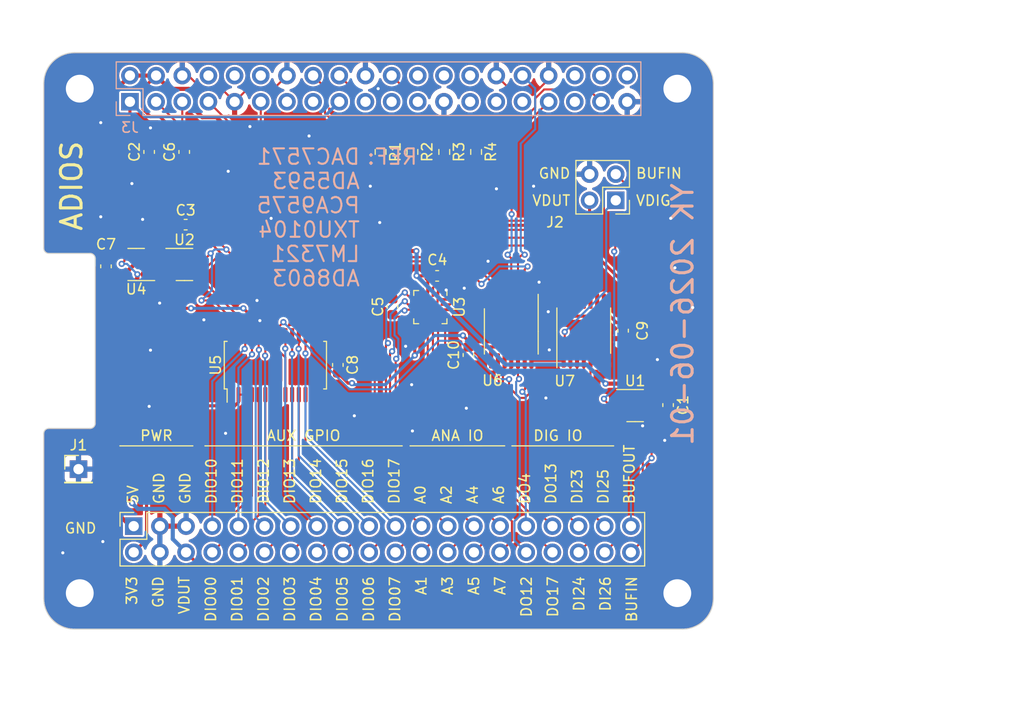
<source format=kicad_pcb>
(kicad_pcb (version 20221018) (generator pcbnew)
  (title_block (date "15 nov 2012"))
  (layers (0 "F.Cu" signal) (31 "B.Cu" signal) (34 "B.Paste" user) (35 "F.Paste" user) (36 "B.SilkS" user "B.Silkscreen") (37 "F.SilkS" user "F.Silkscreen") (38 "B.Mask" user) (39 "F.Mask" user) (44 "Edge.Cuts" user))
  (net 0 "")
  (net 1 "GND")
  (net 2 "Net-(U3-V_{REF})")
  (net 3 "/VGPIO")
  (net 4 "/GPIO14{slash}TXD0")
  (net 5 "/GPIO15{slash}RXD0")
  (net 6 "/GPIO17")
  (net 7 "/GPIO18{slash}PCM.CLK")
  (net 8 "/GPIO27")
  (net 9 "/GPIO22")
  (net 10 "/GPIO23")
  (net 11 "/GPIO24")
  (net 12 "/GPIO10{slash}SPI0.MOSI")
  (net 13 "/GPIO9{slash}SPI0.MISO")
  (net 14 "/GPIO25")
  (net 15 "/GPIO11{slash}SPI0.SCLK")
  (net 16 "/GPIO8{slash}SPI0.CE0")
  (net 17 "/GPIO7{slash}SPI0.CE1")
  (net 18 "/ID_SDA")
  (net 19 "/ID_SCL")
  (net 20 "/GPIO5")
  (net 21 "/GPIO6")
  (net 22 "/VDUT")
  (net 23 "/BUFIN")
  (net 24 "/GPIO19{slash}PCM.FS")
  (net 25 "/GPIO16")
  (net 26 "/GPIO26")
  (net 27 "/GPIO20{slash}PCM.DIN")
  (net 28 "/GPIO21{slash}PCM.DOUT")
  (net 29 "+5V")
  (net 30 "+3V3")
  (net 31 "/SDA")
  (net 32 "/SCL")
  (net 33 "/GPCLK0")
  (net 34 "/PWM0")
  (net 35 "/PWM1")
  (net 36 "/DIO10")
  (net 37 "/DIO00")
  (net 38 "/DIO11")
  (net 39 "/DIO01")
  (net 40 "/DIO12")
  (net 41 "/DIO02")
  (net 42 "/DIO13")
  (net 43 "/DIO03")
  (net 44 "/DIO14")
  (net 45 "/DIO04")
  (net 46 "/DIO15")
  (net 47 "/DIO05")
  (net 48 "/DIO16")
  (net 49 "/DIO06")
  (net 50 "/DIO17")
  (net 51 "/DIO07")
  (net 52 "/A0")
  (net 53 "/A1")
  (net 54 "/A2")
  (net 55 "/A3")
  (net 56 "/A4")
  (net 57 "/A5")
  (net 58 "/A6")
  (net 59 "/A7")
  (net 60 "/GPCLK0_DUT")
  (net 61 "/PWM0_DUT")
  (net 62 "/PWM1_DUT")
  (net 63 "/GPIO17_DUT")
  (net 64 "/GPIO23_DUT")
  (net 65 "/GPIO24_DUT")
  (net 66 "/GPIO25_DUT")
  (net 67 "/GPIO26_DUT")
  (net 68 "/BUFOUT")
  (net 69 "Net-(U7-B1Y)")
  (net 70 "Net-(U7-B2Y)")
  (net 71 "Net-(U7-B3Y)")
  (net 72 "Net-(U7-B4Y)")
  (net 73 "Net-(U2-VOUT)")
  (footprint "MountingHole:MountingHole_2.7mm_M2.5" (layer "F.Cu") (at 161.5 47.5)
    (fp_text reference "MH2" hide)
    (fp_text value "MountingHole_2.7mm_M2.5" hide)
  )
  (footprint "Package_TO_SOT_SMD:TSOT-23-5" (layer "F.Cu") (at 157.404 78.283)
    (fp_text reference "U1")
    (fp_text value "AD8603")
  )
  (footprint "qnzy_footprints:LFCSP-16-3x3mm_P0.5mm.3x1.3mm" (layer "F.Cu") (at 137.5278 68.7175 -90)
    (fp_text reference "U3")
    (fp_text value "AD5593R")
  )
  (footprint "Package_SO:TSSOP-14_4.4x5mm_P0.65mm" (layer "F.Cu") (at 145.384 71.0771 -90)
    (fp_text reference "U6")
    (fp_text value "TXU0104")
  )
  (footprint "Capacitor_SMD:C_0603_1608Metric" (layer "F.Cu") (at 110.2362 53.645 90)
    (fp_text reference "C2")
    (fp_text value "100n")
  )
  (footprint "Package_SO:TSSOP-28_4.4x9.7mm_P0.65mm" (layer "F.Cu") (at 122.4876 74.3537 90)
    (fp_text reference "U5")
    (fp_text value "PCA9575D")
  )
  (footprint "Capacitor_SMD:C_0603_1608Metric" (layer "F.Cu") (at 113.779 60.706 180)
    (fp_text reference "C3")
    (fp_text value "100n")
  )
  (footprint "Package_TO_SOT_SMD:SOT-23-5" (layer "F.Cu") (at 108.9715 64.577 180)
    (fp_text reference "U4")
    (fp_text value "LM7321")
  )
  (footprint "Capacitor_SMD:C_0603_1608Metric" (layer "F.Cu") (at 156.2356 71.0056 90)
    (fp_text reference "C9")
    (fp_text value "100n")
  )
  (footprint "Capacitor_SMD:C_0603_1608Metric" (layer "F.Cu") (at 138.1886 65.6846 180)
    (fp_text reference "C4")
    (fp_text value "100n")
  )
  (footprint "Resistor_SMD:R_0603_1608Metric" (layer "F.Cu") (at 138.878933 53.645 -90)
    (fp_text reference "R3")
    (fp_text value "100" hide)
  )
  (footprint "Package_SO:TSSOP-14_4.4x5mm_P0.65mm" (layer "F.Cu") (at 152.4198 71.0009 90)
    (fp_text reference "U7")
    (fp_text value "TXU0104")
  )
  (footprint "MountingHole:MountingHole_2.7mm_M2.5" (layer "F.Cu") (at 103.5 96.5)
    (fp_text reference "MH3" hide)
    (fp_text value "MountingHole_2.7mm_M2.5" hide)
  )
  (footprint "Capacitor_SMD:C_0603_1608Metric" (layer "F.Cu") (at 128.5496 74.3336 -90)
    (fp_text reference "C8")
    (fp_text value "100n")
  )
  (footprint "Capacitor_SMD:C_0603_1608Metric" (layer "F.Cu") (at 160.6044 78.2322 90)
    (fp_text reference "C1")
    (fp_text value "100n")
  )
  (footprint "Package_TO_SOT_SMD:SOT-23-6" (layer "F.Cu") (at 113.6595 64.577)
    (fp_text reference "U2")
    (fp_text value "DAC7571")
  )
  (footprint "Connector_PinHeader_2.54mm:PinHeader_1x01_P2.54mm_Vertical" (layer "F.Cu") (at 103.378 84.455)
    (fp_text reference "J1")
    (fp_text value "Conn_01x01")
  )
  (footprint "MountingHole:MountingHole_2.7mm_M2.5" (layer "F.Cu") (at 103.5 47.5)
    (fp_text reference "MH1" hide)
    (fp_text value "MountingHole_2.7mm_M2.5" hide)
  )
  (footprint "Connector_PinSocket_2.54mm:PinSocket_2x20_P2.54mm_Vertical" (layer "F.Cu") (at 108.7376 89.9924 90)
    (fp_text reference "J4" hide)
    (fp_text value "Conn_02x20_Odd_Even")
  )
  (footprint "Capacitor_SMD:C_0603_1608Metric" (layer "F.Cu") (at 141.2242 73.3678 90)
    (fp_text reference "C10")
    (fp_text value "100n")
  )
  (footprint "Resistor_SMD:R_0603_1608Metric" (layer "F.Cu") (at 132.698267 53.645 -90)
    (fp_text reference "R1")
    (fp_text value "100" hide)
  )
  (footprint "Capacitor_SMD:C_0603_1608Metric" (layer "F.Cu") (at 133.8582 68.6818 -90)
    (fp_text reference "C5")
    (fp_text value "100n")
  )
  (footprint "MountingHole:MountingHole_2.7mm_M2.5" (layer "F.Cu") (at 161.5 96.5)
    (fp_text reference "MH4" hide)
    (fp_text value "MountingHole_2.7mm_M2.5" hide)
  )
  (footprint "Capacitor_SMD:C_0603_1608Metric" (layer "F.Cu") (at 113.6398 53.645 90)
    (fp_text reference "C6")
    (fp_text value "100n")
  )
  (footprint "Capacitor_SMD:C_0603_1608Metric" (layer "F.Cu") (at 106.045 64.757 -90)
    (fp_text reference "C7")
    (fp_text value "100n")
  )
  (footprint "Connector_PinHeader_2.54mm:PinHeader_2x02_P2.54mm_Vertical" (layer "F.Cu") (at 155.5244 58.344 180)
    (fp_text reference "J2")
    (fp_text value "Conn_02x02_Odd_Even")
  )
  (footprint "Resistor_SMD:R_0603_1608Metric" (layer "F.Cu") (at 141.969267 53.645 -90)
    (fp_text reference "R4")
    (fp_text value "100" hide)
  )
  (footprint "Resistor_SMD:R_0603_1608Metric" (layer "F.Cu") (at 135.7886 53.645 -90)
    (fp_text reference "R2")
    (fp_text value "100" hide)
  )
  (footprint "Connector_PinSocket_2.54mm:PinSocket_2x20_P2.54mm_Vertical" (layer "B.Cu") (at 108.37 48.77 -90)
    (fp_text reference "J3")
    (fp_text value "Conn_02x20_Odd_Even" hide)
  )
  (gr_line (start 107.3914 82.1946) (end 114.478 82.1946) (stroke (width 0.12)) (layer "F.SilkS"))
  (gr_line (start 135.56 82.1946) (end 144.745456 82.191985) (stroke (width 0.12)) (layer "F.SilkS"))
  (gr_line (start 145.4406 82.1946) (end 155.3212 82.1946) (stroke (width 0.12)) (layer "F.SilkS"))
  (gr_line (start 115.6464 82.1946) (end 134.798 82.1946) (stroke (width 0.12)) (layer "F.SilkS"))
  (gr_arc (start 100.5 63.5) (mid 100.146447 63.353553) (end 100 63) (stroke (width 0.1)) (layer "Edge.Cuts"))
  (gr_arc (start 162 44) (mid 164.12132 44.87868) (end 165 47) (stroke (width 0.1)) (layer "Edge.Cuts"))
  (gr_line (start 165 97) (end 165 47) (stroke (width 0.1)) (layer "Edge.Cuts"))
  (gr_line (start 100 47) (end 100 63) (stroke (width 0.1)) (layer "Edge.Cuts"))
  (gr_arc (start 103 100) (mid 100.87868 99.12132) (end 100 97) (stroke (width 0.1)) (layer "Edge.Cuts"))
  (gr_line (start 103 100) (end 162 100) (stroke (width 0.1)) (layer "Edge.Cuts"))
  (gr_line (start 104.5 80.5) (end 100.5 80.5) (stroke (width 0.1)) (layer "Edge.Cuts"))
  (gr_arc (start 100 81) (mid 100.146138 80.646755) (end 100.499127 80.500001) (stroke (width 0.1)) (layer "Edge.Cuts"))
  (gr_arc (start 165 97) (mid 164.12132 99.12132) (end 162 100) (stroke (width 0.1)) (layer "Edge.Cuts"))
  (gr_line (start 105 64) (end 105 80) (stroke (width 0.1)) (layer "Edge.Cuts"))
  (gr_arc (start 100 47) (mid 100.87868 44.87868) (end 103 44) (stroke (width 0.1)) (layer "Edge.Cuts"))
  (gr_line (start 100 81) (end 100 97) (stroke (width 0.1)) (layer "Edge.Cuts"))
  (gr_line (start 100.5 63.5) (end 104.5 63.5) (stroke (width 0.1)) (layer "Edge.Cuts"))
  (gr_arc (start 105 80) (mid 104.853553 80.353553) (end 104.5 80.5) (stroke (width 0.1)) (layer "Edge.Cuts"))
  (gr_arc (start 104.5 63.5) (mid 104.853553 63.646447) (end 105 64) (stroke (width 0.1)) (layer "Edge.Cuts"))
  (gr_line (start 162 44) (end 103 44) (stroke (width 0.1)) (layer "Edge.Cuts"))
  (gr_text "LM7321" (at 130.81 64.4398) (layer "B.SilkS") (effects (font (size 1.5 1.5) (thickness 0.2)) (justify left bottom mirror)))
  (gr_text "REF:" (at 136.398 54.991) (layer "B.SilkS") (effects (font (size 1.5 1.5) (thickness 0.2)) (justify left bottom mirror)))
  (gr_text "AD5593" (at 130.81 57.3532) (layer "B.SilkS") (effects (font (size 1.5 1.5) (thickness 0.2)) (justify left bottom mirror)))
  (gr_text "TXU0104" (at 130.81 62.0776) (layer "B.SilkS") (effects (font (size 1.5 1.5) (thickness 0.2)) (justify left bottom mirror)))
  (gr_text "DAC7571" (at 130.81 54.991) (layer "B.SilkS") (effects (font (size 1.5 1.5) (thickness 0.2)) (justify left bottom mirror)))
  (gr_text "AD8603" (at 130.81 66.802) (layer "B.SilkS") (effects (font (size 1.5 1.5) (thickness 0.2)) (justify left bottom mirror)))
  (gr_text "PCA9575" (at 130.81 59.7154) (layer "B.SilkS") (effects (font (size 1.5 1.5) (thickness 0.2)) (justify left bottom mirror)))
  (gr_text "YK ${CURRENT_DATE}" (at 163.195 56.515 90) (layer "B.SilkS") (effects (font (size 2 2) (thickness 0.3)) (justify left bottom mirror)))
  (gr_text "ADIOS" (at 103.886 61.468 90) (layer "F.SilkS") (effects (font (size 2 2) (thickness 0.3)) (justify left bottom)))
  (gr_text "ANA IO" (at 137.541419 81.7882) (layer "F.SilkS") (effects (font (size 1 1)) (justify left bottom)))
  (gr_text "GND" (at 147.9552 56.312) (layer "F.SilkS") (effects (font (size 1 1)) (justify left bottom)))
  (gr_text "A4" (at 142.213457 87.935 90) (layer "F.SilkS") (effects (font (size 1 1)) (justify left bottom)))
  (gr_text "DIO11" (at 119.389556 87.935 90) (layer "F.SilkS") (effects (font (size 1 1)) (justify left bottom)))
  (gr_text "A2" (at 139.677468 87.935 90) (layer "F.SilkS") (effects (font (size 1 1)) (justify left bottom)))
  (gr_text "DI23" (at 152.357413 87.935 90) (layer "F.SilkS") (effects (font (size 1 1)) (justify left bottom)))
  (gr_text "DIO13" (at 124.461534 87.935 90) (layer "F.SilkS") (effects (font (size 1 1)) (justify left bottom)))
  (gr_text "DI26" (at 155.105968 98.349 90) (layer "F.SilkS") (effects (font (size 1 1)) (justify left bottom)))
  (gr_text "DI25" (at 154.893402 87.935 90) (layer "F.SilkS") (effects (font (size 1 1)) (justify left bottom)))
  (gr_text "PWR" (at 109.275772 81.7882) (layer "F.SilkS") (effects (font (size 1 1)) (justify left bottom)))
  (gr_text "VDUT" (at 147.336152 58.9536) (layer "F.SilkS") (effects (font (size 1 1)) (justify left bottom)))
  (gr_text "GND" (at 101.9558 90.7798) (layer "F.SilkS") (effects (font (size 1 1)) (justify left bottom)))
  (gr_text "DIO03" (at 124.465552 99.396619 90) (layer "F.SilkS") (effects (font (size 1 1)) (justify left bottom)))
  (gr_text "AUX GPIO" (at 121.563272 81.7882) (layer "F.SilkS") (effects (font (size 1 1)) (justify left bottom)))
  (gr_text "DIO00\n" (at 116.805448 99.396619 90) (layer "F.SilkS") (effects (font (size 1 1)) (justify left bottom)))
  (gr_text "DIO16" (at 132.069501 87.935 90) (layer "F.SilkS") (effects (font (size 1 1)) (justify left bottom)))
  (gr_text "DIO12" (at 121.925545 87.935 90) (layer "F.SilkS") (effects (font (size 1 1)) (justify left bottom)))
  (gr_text "DIO15" (at 129.533512 87.935 90) (layer "F.SilkS") (effects (font (size 1 1)) (justify left bottom)))
  (gr_text "DI24" (at 152.5526 98.349 90) (layer "F.SilkS") (effects (font (size 1 1)) (justify left bottom)))
  (gr_text "DIG IO" (at 147.436258 81.7882) (layer "F.SilkS") (effects (font (size 1 1)) (justify left bottom)))
  (gr_text "DO13" (at 149.821424 87.935 90) (layer "F.SilkS") (effects (font (size 1 1)) (justify left bottom)))
  (gr_text "DO4" (at 147.285435 87.935 90) (layer "F.SilkS") (effects (font (size 1 1)) (justify left bottom)))
  (gr_text "GND" (at 114.317578 87.935 90) (layer "F.SilkS") (effects (font (size 1 1)) (justify left bottom)))
  (gr_text "DIO02" (at 121.912184 99.396619 90) (layer "F.SilkS") (effects (font (size 1 1)) (justify left bottom)))
  (gr_text "A7" (at 144.892496 96.777572 90) (layer "F.SilkS") (effects (font (size 1 1)) (justify left bottom)))
  (gr_text "DIO06" (at 132.125656 99.396619 90) (layer "F.SilkS") (effects (font (size 1 1)) (justify left bottom)))
  (gr_text "5V" (at 109.2456 87.935 90) (layer "F.SilkS") (effects (font (size 1 1)) (justify left bottom)))
  (gr_text "A1" (at 137.232392 96.777572 90) (layer "F.SilkS") (effects (font (size 1 1)) (justify left bottom)))
  (gr_text "A3" (at 139.78576 96.777572 90) (layer "F.SilkS") (effects (font (size 1 1)) (justify left bottom)))
  (gr_text "DIO17" (at 134.60549 87.935 90) (layer "F.SilkS") (effects (font (size 1 1)) (justify left bottom)))
  (gr_text "DIO01" (at 119.358816 99.396619 90) (layer "F.SilkS") (effects (font (size 1 1)) (justify left bottom)))
  (gr_text "A5" (at 142.339128 96.777572 90) (layer "F.SilkS") (effects (font (size 1 1)) (justify left bottom)))
  (gr_text "A0" (at 137.141479 87.935 90) (layer "F.SilkS") (effects (font (size 1 1)) (justify left bottom)))
  (gr_text "3V3" (at 109.145344 97.729953 90) (layer "F.SilkS") (effects (font (size 1 1)) (justify left bottom)))
  (gr_text "DIO14" (at 126.997523 87.935 90) (layer "F.SilkS") (effects (font (size 1 1)) (justify left bottom)))
  (gr_text "VDIG" (at 157.404 58.9536) (layer "F.SilkS") (effects (font (size 1 1)) (justify left bottom)))
  (gr_text "GND" (at 111.781589 87.935 90) (layer "F.SilkS") (effects (font (size 1 1)) (justify left bottom)))
  (gr_text "VDUT" (at 114.224 98.634715 90) (layer "F.SilkS") (effects (font (size 1 1)) (justify left bottom)))
  (gr_text "DIO05" (at 129.572288 99.396619 90) (layer "F.SilkS") (effects (font (size 1 1)) (justify left bottom)))
  (gr_text "DO12" (at 147.445864 98.920429 90) (layer "F.SilkS") (effects (font (size 1 1)) (justify left bottom)))
  (gr_text "BUFOUT" (at 157.4294 87.935 90) (layer "F.SilkS") (effects (font (size 1 1)) (justify left bottom)))
  (gr_text "DIO04" (at 127.01892 99.396619 90) (layer "F.SilkS") (effects (font (size 1 1)) (justify left bottom)))
  (gr_text "BUFIN" (at 157.404 56.312) (layer "F.SilkS") (effects (font (size 1 1)) (justify left bottom)))
  (gr_text "GND" (at 111.698712 98.015667 90) (layer "F.SilkS") (effects (font (size 1 1)) (justify left bottom)))
  (gr_text "DO17" (at 149.999232 98.920429 90) (layer "F.SilkS") (effects (font (size 1 1)) (justify left bottom)))
  (gr_text "DIO10" (at 116.853567 87.935 90) (layer "F.SilkS") (effects (font (size 1 1)) (justify left bottom)))
  (gr_text "BUFIN" (at 157.659344 99.396619 90) (layer "F.SilkS") (effects (font (size 1 1)) (justify left bottom)))
  (gr_text "DIO07" (at 134.679024 99.396619 90) (layer "F.SilkS") (effects (font (size 1 1)) (justify left bottom)))
  (gr_text "A6" (at 144.749446 87.935 90) (layer "F.SilkS") (effects (font (size 1 1)) (justify left bottom)))
  (segment (start 110.109 64.577) (end 111.252 64.577) (width 0.2) (layer "F.Cu") (net 1))
  (segment (start 119.92 47.38) (end 122.46 47.38) (width 0.2) (layer "F.Cu") (net 1))
  (segment (start 122.46 47.38) (end 123.61 46.23) (width 0.2) (layer "F.Cu") (net 1))
  (segment (start 156.2665 78.283) (end 156.615396 78.283) (width 0.2) (layer "F.Cu") (net 1))
  (segment (start 157.579 79.697678) (end 158.130161 80.248839) (width 0.2) (layer "F.Cu") (net 1))
  (segment (start 145.32 47.62) (end 147.967968 47.62) (width 0.2) (layer "F.Cu") (net 1))
  (segment (start 157.579 79.246604) (end 157.579 79.697678) (width 0.2) (layer "F.Cu") (net 1))
  (segment (start 118.53 48.77) (end 119.92 47.38) (width 0.2) (layer "F.Cu") (net 1))
  (segment (start 138.065148 66.5425) (end 138.5515 66.5425) (width 0.2) (layer "F.Cu") (net 1))
  (segment (start 147.967968 47.62) (end 149.01 46.577968) (width 0.2) (layer "F.Cu") (net 1))
  (segment (start 149.01 46.577968) (end 149.01 46.23) (width 0.2) (layer "F.Cu") (net 1))
  (segment (start 111.252 68.326) (end 111.252 64.577) (width 0.2) (layer "F.Cu") (net 1))
  (segment (start 160.274 79.3376) (end 160.6044 79.0072) (width 0.2) (layer "F.Cu") (net 1))
  (segment (start 118.53 48.77) (end 117.14 47.38) (width 0.2) (layer "F.Cu") (net 1))
  (segment (start 138.5515 66.5425) (end 139.065 67.056) (width 0.2) (layer "F.Cu") (net 1))
  (segment (start 156.615396 78.283) (end 157.579 79.246604) (width 0.2) (layer "F.Cu") (net 1))
  (segment (start 114.048 46.23) (end 113.45 46.23) (width 0.2) (layer "F.Cu") (net 1))
  (segment (start 143.93 46.23) (end 145.32 47.62) (width 0.2) (layer "F.Cu") (net 1))
  (segment (start 160.274 81.661) (end 160.274 79.3376) (width 0.2) (layer "F.Cu") (net 1))
  (segment (start 117.14 47.38) (end 115.198 47.38) (width 0.2) (layer "F.Cu") (net 1))
  (segment (start 137.7778 67.28) (end 137.7778 66.829848) (width 0.2) (layer "F.Cu") (net 1))
  (segment (start 137.7778 66.829848) (end 138.065148 66.5425) (width 0.2) (layer "F.Cu") (net 1))
  (segment (start 111.252 64.577) (end 112.522 64.577) (width 0.2) (layer "F.Cu") (net 1))
  (segment (start 115.198 47.38) (end 114.048 46.23) (width 0.2) (layer "F.Cu") (net 1))
  (via (at 110.363 72.898) (size 0.6) (drill 0.3) (layers "F.Cu" "B.Cu") (net 1))
  (via (at 135.128 72.517) (size 0.6) (drill 0.3) (layers "F.Cu" "B.Cu") (net 1))
  (via (at 132.6136 60.503) (size 0.6) (drill 0.3) (layers "F.Cu" "B.Cu") (net 1))
  (via (at 109.601 60.198) (size 0.6) (drill 0.3) (layers "F.Cu" "B.Cu") (net 1))
  (via (at 105.537 59.944) (size 0.6) (drill 0.3) (layers "F.Cu" "B.Cu") (net 1))
  (via (at 158.130161 80.248839) (size 0.6) (drill 0.3) (layers "F.Cu" "B.Cu") (net 1))
  (via (at 120.015 51.181) (size 0.6) (drill 0.3) (layers "F.Cu" "B.Cu") (net 1))
  (via (at 148.9712 69.1644) (size 0.6) (drill 0.3) (layers "F.Cu" "B.Cu") (net 1))
  (via (at 159.563 73.8126) (size 0.6) (drill 0.3) (layers "F.Cu" "B.Cu") (net 1))
  (via (at 105.7404 91.491) (size 0.6) (drill 0.3) (layers "F.Cu" "B.Cu") (net 1))
  (via (at 161.2648 64.8972) (size 0.6) (drill 0.3) (layers "F.Cu" "B.Cu") (net 1))
  (via (at 141.021 78.537) (size 0.6) (drill 0.3) (layers "F.Cu" "B.Cu") (net 1))
  (via (at 130.1498 79.2736) (size 0.6) (drill 0.3) (layers "F.Cu" "B.Cu") (net 1))
  (via (at 139.065 67.056) (size 0.6) (drill 0.3) (layers "F.Cu" "B.Cu") (net 1))
  (via (at 148.082 66.294) (size 0.6) (drill 0.3) (layers "F.Cu" "B.Cu") (net 1))
  (via (at 135.7886 80.7468) (size 0.6) (drill 0.3) (layers "F.Cu" "B.Cu") (net 1))
  (via (at 120.9804 70.028) (size 0.6) (drill 0.3) (layers "F.Cu" "B.Cu") (net 1))
  (via (at 148.7426 77.5464) (size 0.6) (drill 0.3) (layers "F.Cu" "B.Cu") (net 1))
  (via (at 110.363 51.308) (size 0.6) (drill 0.3) (layers "F.Cu" "B.Cu") (net 1))
  (via (at 101.854 92.583) (size 0.6) (drill 0.3) (layers "F.Cu" "B.Cu") (net 1))
  (via (at 132.461 47.498) (size 0.6) (drill 0.3) (layers "F.Cu" "B.Cu") (net 1))
  (via (at 143.942 57.2264) (size 0.6) (drill 0.3) (layers "F.Cu" "B.Cu") (net 1))
  (via (at 117.907 55.5246) (size 0.6) (drill 0.3) (layers "F.Cu" "B.Cu") (net 1))
  (via (at 110.2362 78.3592) (size 0.6) (drill 0.3) (layers "F.Cu" "B.Cu") (net 1))
  (via (at 111.252 68.326) (size 0.6) (drill 0.3) (layers "F.Cu" "B.Cu") (net 1))
  (via (at 115.5448 69.9518) (size 0.6) (drill 0.3) (layers "F.Cu" "B.Cu") (net 1))
  (via (at 105.537 50.8) (size 0.6) (drill 0.3) (layers "F.Cu" "B.Cu") (net 1))
  (via (at 125.7556 52.0956) (size 0.6) (drill 0.3) (layers "F.Cu" "B.Cu") (net 1))
  (via (at 140.8178 66.8784) (size 0.6) (drill 0.3) (layers "F.Cu" "B.Cu") (net 1))
  (via (at 160.8584 60.0966) (size 0.6) (drill 0.3) (layers "F.Cu" "B.Cu") (net 1))
  (via (at 160.274 81.661) (size 0.6) (drill 0.3) (layers "F.Cu" "B.Cu") (net 1))
  (via (at 149.0728 72.8728) (size 0.6) (drill 0.3) (layers "F.Cu" "B.Cu") (net 1))
  (via (at 143.129 64.262) (size 0.6) (drill 0.3) (layers "F.Cu" "B.Cu") (net 1))
  (via (at 162.992 68.758) (size 0.6) (drill 0.3) (layers "F.Cu" "B.Cu") (net 1))
  (via (at 122.0726 60.0966) (size 0.6) (drill 0.3) (layers "F.Cu" "B.Cu") (net 1))
  (via (at 131.6992 56.9724) (size 0.6) (drill 0.3) (layers "F.Cu" "B.Cu") (net 1))
  (via (at 147.5488 56.9724) (size 0.6) (drill 0.3) (layers "F.Cu" "B.Cu") (net 1))
  (via (at 135.7124 76.251) (size 0.6) (drill 0.3) (layers "F.Cu" "B.Cu") (net 1))
  (via (at 117.653 80.9754) (size 0.6) (drill 0.3) (layers "F.Cu" "B.Cu") (net 1))
  (via (at 108.5598 56.7184) (size 0.6) (drill 0.3) (layers "F.Cu" "B.Cu") (net 1))
  (via (at 120.701 68.0722) (size 0.6) (drill 0.3) (layers "F.Cu" "B.Cu") (net 1))
  (segment (start 158.130161 80.248839) (end 158.861839 80.248839) (width 0.2) (layer "B.Cu") (net 1))
  (segment (start 158.861839 80.248839) (end 160.274 81.661) (width 0.2) (layer "B.Cu") (net 1))
  (segment (start 136.0903 69.4675) (end 135.9108 69.647) (width 0.2) (layer "F.Cu") (net 2))
  (segment (start 134.0484 69.647) (end 133.8582 69.4568) (width 0.2) (layer "F.Cu") (net 2))
  (segment (start 135.9108 69.647) (end 134.0484 69.647) (width 0.2) (layer "F.Cu") (net 2))
  (segment (start 146.208071 77.5368) (end 146.705129 77.5368) (width 0.2) (layer "F.Cu") (net 3))
  (segment (start 147.334 76.907929) (end 147.334 73.9396) (width 0.2) (layer "F.Cu") (net 3))
  (segment (start 150.5714 73.7618) (end 150.4698 73.8634) (width 0.2) (layer "F.Cu") (net 3))
  (segment (start 146.705129 77.5368) (end 147.334 76.907929) (width 0.2) (layer "F.Cu") (net 3))
  (segment (start 122.8126 72.962729) (end 122.8126 71.4912) (width 0.2) (layer "F.Cu") (net 3))
  (segment (start 150.5714 71.1202) (end 150.5714 73.7618) (width 0.2) (layer "F.Cu") (net 3))
  (segment (start 145.1701 76.498829) (end 146.208071 77.5368) (width 0.2) (layer "F.Cu") (net 3))
  (segment (start 123.4626 73.612729) (end 122.8126 72.962729) (width 0.2) (layer "F.Cu") (net 3))
  (segment (start 123.2664 70.1804) (end 122.8126 70.6342) (width 0.2) (layer "F.Cu") (net 3))
  (segment (start 122.8126 70.6342) (end 122.8126 71.4912) (width 0.2) (layer "F.Cu") (net 3))
  (segment (start 150.3936 73.9396) (end 150.4698 73.8634) (width 0.2) (layer "F.Cu") (net 3))
  (segment (start 123.4626 77.2162) (end 123.4626 73.612729) (width 0.2) (layer "F.Cu") (net 3))
  (segment (start 147.334 73.9396) (end 150.3936 73.9396) (width 0.2) (layer "F.Cu") (net 3))
  (segment (start 145.1701 75.7176) (end 145.1701 76.498829) (width 0.2) (layer "F.Cu") (net 3))
  (via (at 123.2664 70.1804) (size 0.6) (drill 0.3) (layers "F.Cu" "B.Cu") (net 3))
  (via (at 150.5714 71.1202) (size 0.6) (drill 0.3) (layers "F.Cu" "B.Cu") (net 3))
  (via (at 145.1701 75.7176) (size 0.6) (drill 0.3) (layers "F.Cu" "B.Cu") (net 3))
  (segment (start 129.672671 76.6986) (end 126.005255 73.031184) (width 0.2) (layer "B.Cu") (net 3))
  (segment (start 154.597539 67.094061) (end 154.597539 59.270861) (width 0.2) (layer "B.Cu") (net 3))
  (segment (start 145.1701 75.7176) (end 144.069 75.7176) (width 0.2) (layer "B.Cu") (net 3))
  (segment (start 133.6134 76.6986) (end 129.672671 76.6986) (width 0.2) (layer "B.Cu") (net 3))
  (segment (start 140.3352 71.9838) (end 138.3282 71.9838) (width 0.2) (layer "B.Cu") (net 3))
  (segment (start 126.005255 72.919255) (end 123.2664 70.1804) (width 0.2) (layer "B.Cu") (net 3))
  (segment (start 138.3282 71.9838) (end 133.6134 76.6986) (width 0.2) (layer "B.Cu") (net 3))
  (segment (start 150.5714 71.1202) (end 154.597539 67.094061) (width 0.2) (layer "B.Cu") (net 3))
  (segment (start 144.069 75.7176) (end 140.3352 71.9838) (width 0.2) (layer "B.Cu") (net 3))
  (segment (start 154.597539 59.270861) (end 155.5244 58.344) (width 0.2) (layer "B.Cu") (net 3))
  (segment (start 126.005255 73.031184) (end 126.005255 72.919255) (width 0.2) (layer "B.Cu") (net 3))
  (segment (start 144.734 68.2146) (end 144.734 67.561415) (width 0.2) (layer "F.Cu") (net 6))
  (segment (start 130.8262 62.2716) (end 121.07 52.5154) (width 0.2) (layer "F.Cu") (net 6))
  (segment (start 121.07 52.5154) (end 121.07 48.77) (width 0.2) (layer "F.Cu") (net 6))
  (segment (start 139.444185 62.2716) (end 130.8262 62.2716) (width 0.2) (layer "F.Cu") (net 6))
  (segment (start 144.734 67.561415) (end 139.444185 62.2716) (width 0.2) (layer "F.Cu") (net 6))
  (segment (start 132.698267 51.443667) (end 132.3596 51.105) (width 0.2) (layer "F.Cu") (net 10))
  (segment (start 128.5242 51.105) (end 127.305 49.8858) (width 0.2) (layer "F.Cu") (net 10))
  (segment (start 127.305 49.8858) (end 127.305 47.385) (width 0.2) (layer "F.Cu") (net 10))
  (segment (start 132.3596 51.105) (end 128.5242 51.105) (width 0.2) (layer "F.Cu") (net 10))
  (segment (start 132.698267 52.82) (end 132.698267 51.443667) (width 0.2) (layer "F.Cu") (net 10))
  (segment (start 127.305 47.385) (end 126.15 46.23) (width 0.2) (layer "F.Cu") (net 10))
  (segment (start 134.2226 49.92) (end 130.311 49.92) (width 0.2) (layer "F.Cu") (net 11))
  (segment (start 135.7886 52.82) (end 135.7886 51.486) (width 0.2) (layer "F.Cu") (net 11))
  (segment (start 130.311 49.92) (end 129.84 49.449) (width 0.2) (layer "F.Cu") (net 11))
  (segment (start 129.84 47.38) (end 128.69 46.23) (width 0.2) (layer "F.Cu") (net 11))
  (segment (start 135.7886 51.486) (end 134.2226 49.92) (width 0.2) (layer "F.Cu") (net 11))
  (segment (start 129.84 49.449) (end 129.84 47.38) (width 0.2) (layer "F.Cu") (net 11))
  (segment (start 138.878933 51.655333) (end 137.3634 50.1398) (width 0.2) (layer "F.Cu") (net 14))
  (segment (start 134.9756 49.2506) (end 134.9756 47.4356) (width 0.2) (layer "F.Cu") (net 14))
  (segment (start 134.9756 47.4356) (end 133.77 46.23) (width 0.2) (layer "F.Cu") (net 14))
  (segment (start 137.3634 50.1398) (end 135.8648 50.1398) (width 0.2) (layer "F.Cu") (net 14))
  (segment (start 135.8648 50.1398) (end 134.9756 49.2506) (width 0.2) (layer "F.Cu") (net 14))
  (segment (start 138.878933 52.82) (end 138.878933 51.655333) (width 0.2) (layer "F.Cu") (net 14))
  (segment (start 156.357857 94.8692) (end 156.287146 94.8692) (width 0.3) (layer "F.Cu") (net 22))
  (segment (start 156.287146 94.893048) (end 116.178248 94.893048) (width 0.3) (layer "F.Cu") (net 22))
  (segment (start 152.9844 58.344) (end 152.9844 63.0684) (width 0.3) (layer "F.Cu") (net 22))
  (segment (start 107.823 67.183) (end 109.093 65.913) (width 0.4) (layer "F.Cu") (net 22))
  (segment (start 161.671 89.556057) (end 156.357857 94.8692) (width 0.3) (layer "F.Cu") (net 22))
  (segment (start 107.834 64.251) (end 107.569 64.516) (width 0.2) (layer "F.Cu") (net 22))
  (segment (start 116.178248 94.893048) (end 113.8176 92.5324) (width 0.3) (layer "F.Cu") (net 22))
  (segment (start 107.834 63.627) (end 107.834 64.251) (width 0.2) (layer "F.Cu") (net 22))
  (segment (start 152.9844 63.0684) (end 161.671 71.755) (width 0.3) (layer "F.Cu") (net 22))
  (segment (start 110.104 65.532) (end 110.109 65.527) (width 0.2) (layer "F.Cu") (net 22))
  (segment (start 161.671 71.755) (end 161.671 89.556057) (width 0.3) (layer "F.Cu") (net 22))
  (segment (start 109.093 65.532) (end 110.104 65.532) (width 0.2) (layer "F.Cu") (net 22))
  (segment (start 107.823 86.995) (end 107.823 67.183) (width 0.4) (layer "F.Cu") (net 22))
  (segment (start 109.093 65.913) (end 109.093 65.532) (width 0.4) (layer "F.Cu") (net 22))
  (segment (start 108.585 87.757) (end 107.823 86.995) (width 0.4) (layer "F.Cu") (net 22))
  (via (at 107.569 64.516) (size 0.6) (drill 0.3) (layers "F.Cu" "B.Cu") (net 22))
  (via (at 108.585 87.757) (size 0.6) (drill 0.3) (layers "F.Cu" "B.Cu") (net 22))
  (via (at 109.093 65.532) (size 0.6) (drill 0.3) (layers "F.Cu" "B.Cu") (net 22))
  (segment (start 108.077 64.516) (end 109.093 65.532) (width 0.2) (layer "B.Cu") (net 22))
  (segment (start 112.5276 91.2424) (end 113.8176 92.5324) (width 0.4) (layer "B.Cu") (net 22))
  (segment (start 109.144 88.316) (end 111.7094 88.316) (width 0.4) (layer "B.Cu") (net 22))
  (segment (start 112.5276 89.1342) (end 112.5276 91.2424) (width 0.4) (layer "B.Cu") (net 22))
  (segment (start 108.585 87.757) (end 109.144 88.316) (width 0.4) (layer "B.Cu") (net 22))
  (segment (start 111.7094 88.316) (end 112.5276 89.1342) (width 0.4) (layer "B.Cu") (net 22))
  (segment (start 107.569 64.516) (end 108.077 64.516) (width 0.2) (layer "B.Cu") (net 22))
  (segment (start 154.3814 77.696796) (end 154.3814 77.6226) (width 0.2) (layer "F.Cu") (net 23))
  (segment (start 156.9976 92.5324) (end 158.1476 91.3824) (width 0.2) (layer "F.Cu") (net 23))
  (segment (start 158.1476 81.1141) (end 156.2665 79.233) (width 0.2) (layer "F.Cu") (net 23))
  (segment (start 156.6744 56.954) (end 155.5244 55.804) (width 0.2) (layer "F.Cu") (net 23))
  (segment (start 155.4736 61.9254) (end 156.6744 60.7246) (width 0.2) (layer "F.Cu") (net 23))
  (segment (start 158.1476 91.3824) (end 158.1476 81.1141) (width 0.2) (layer "F.Cu") (net 23))
  (segment (start 156.2665 79.233) (end 155.917604 79.233) (width 0.2) (layer "F.Cu") (net 23))
  (segment (start 156.6744 60.7246) (end 156.6744 56.954) (width 0.2) (layer "F.Cu") (net 23))
  (segment (start 155.917604 79.233) (end 154.3814 77.696796) (width 0.2) (layer "F.Cu") (net 23))
  (segment (start 155.372 63.3224) (end 155.4736 63.2208) (width 0.2) (layer "F.Cu") (net 23))
  (segment (start 155.4736 63.2208) (end 155.4736 61.9254) (width 0.2) (layer "F.Cu") (net 23))
  (via (at 155.372 63.3224) (size 0.6) (drill 0.3) (layers "F.Cu" "B.Cu") (net 23))
  (via (at 154.3814 77.6226) (size 0.6) (drill 0.3) (layers "F.Cu" "B.Cu") (net 23))
  (segment (start 155.372 76.632) (end 155.372 63.3224) (width 0.2) (layer "B.Cu") (net 23))
  (segment (start 154.3814 77.6226) (end 155.372 76.632) (width 0.2) (layer "B.Cu") (net 23))
  (segment (start 146.543654 50.47) (end 147.701 49.312654) (width 0.2) (layer "F.Cu") (net 26))
  (segment (start 148.579254 47.5744) (end 152.8944 47.5744) (width 0.2) (layer "F.Cu") (net 26))
  (segment (start 143.2816 50.47) (end 146.543654 50.47) (width 0.2) (layer "F.Cu") (net 26))
  (segment (start 141.969267 51.782333) (end 143.2816 50.47) (width 0.2) (layer "F.Cu") (net 26))
  (segment (start 147.701 48.452654) (end 148.579254 47.5744) (width 0.2) (layer "F.Cu") (net 26))
  (segment (start 147.701 49.312654) (end 147.701 48.452654) (width 0.2) (layer "F.Cu") (net 26))
  (segment (start 152.8944 47.5744) (end 154.09 48.77) (width 0.2) (layer "F.Cu") (net 26))
  (segment (start 141.969267 52.82) (end 141.969267 51.782333) (width 0.2) (layer "F.Cu") (net 26))
  (segment (start 106.9342 47.6658) (end 106.9342 61.286883) (width 0.4) (layer "F.Cu") (net 29))
  (segment (start 112.2 47.52) (end 110.91 46.23) (width 0.4) (layer "F.Cu") (net 29))
  (segment (start 108.4074 89.9924) (end 106.9342 88.5192) (width 0.4) (layer "F.Cu") (net 29))
  (segment (start 114.0934 47.52) (end 112.2 47.52) (width 0.4) (layer "F.Cu") (net 29))
  (segment (start 114.74 48.1666) (end 114.0934 47.52) (width 0.4) (layer "F.Cu") (net 29))
  (segment (start 106.9342 61.286883) (end 108.8965 63.249183) (width 0.4) (layer "F.Cu") (net 29))
  (segment (start 136.2204 65.6846) (end 136.195 65.6592) (width 0.2) (layer "F.Cu") (net 29))
  (segment (start 158.5415 77.333) (end 160.4802 77.333) (width 0.2) (layer "F.Cu") (net 29))
  (segment (start 111.2776 50.216) (end 113.5128 52.4512) (width 0.3) (layer "F.Cu") (net 29))
  (segment (start 115.3924 50.2668) (end 114.74 49.6144) (width 0.4) (layer "F.Cu") (net 29))
  (segment (start 116.764 50.2668) (end 115.3924 50.2668) (width 0.4) (layer "F.Cu") (net 29))
  (segment (start 129.7688 63.2716) (end 116.764 50.2668) (width 0.4) (layer "F.Cu") (net 29))
  (segment (start 108.8965 63.249183) (end 108.8965 64.4645) (width 0.4) (layer "F.Cu") (net 29))
  (segment (start 158.5415 77.333) (end 157.3579 76.1494) (width 0.3) (layer "F.Cu") (net 29))
  (segment (start 109.652 49.5048) (end 110.3632 50.216) (width 0.3) (layer "F.Cu") (net 29))
  (segment (start 108.7376 89.9924) (end 108.4074 89.9924) (width 0.4) (layer "F.Cu") (net 29))
  (segment (start 157.3579 76.1494) (end 154.5338 76.1494) (width 0.4) (layer "F.Cu") (net 29))
  (segment (start 108.8965 64.4645) (end 107.834 65.527) (width 0.4) (layer "F.Cu") (net 29))
  (segment (start 160.4802 77.333) (end 160.6044 77.4572) (width 0.2) (layer "F.Cu") (net 29))
  (segment (start 108.37 46.23) (end 106.9342 47.6658) (width 0.4) (layer "F.Cu") (net 29))
  (segment (start 107.829 65.532) (end 107.834 65.527) (width 0.2) (layer "F.Cu") (net 29))
  (segment (start 136.1696 63.2716) (end 129.7688 63.2716) (width 0.4) (layer "F.Cu") (net 29))
  (segment (start 137.2778 65.8204) (end 137.4136 65.6846) (width 0.2) (layer "F.Cu") (net 29))
  (segment (start 106.045 65.532) (end 107.829 65.532) (width 0.2) (layer "F.Cu") (net 29))
  (segment (start 113.5128 52.4512) (end 113.5128 53.0862) (width 0.3) (layer "F.Cu") (net 29))
  (segment (start 137.4136 65.6846) (end 136.2204 65.6846) (width 0.3) (layer "F.Cu") (net 29))
  (segment (start 109.652 47.488) (end 109.652 49.5048) (width 0.3) (layer "F.Cu") (net 29))
  (segment (start 110.91 46.23) (end 109.652 47.488) (width 0.3) (layer "F.Cu") (net 29))
  (segment (start 108.37 46.23) (end 110.91 46.23) (width 0.4) (layer "F.Cu") (net 29))
  (segment (start 106.9342 66.4268) (end 107.834 65.527) (width 0.4) (layer "F.Cu") (net 29))
  (segment (start 137.2778 67.28) (end 137.2778 65.8204) (width 0.3) (layer "F.Cu") (net 29))
  (segment (start 114.74 49.6144) (end 114.74 48.1666) (width 0.4) (layer "F.Cu") (net 29))
  (segment (start 110.3632 50.216) (end 111.2776 50.216) (width 0.3) (layer "F.Cu") (net 29))
  (segment (start 106.9342 88.5192) (end 106.9342 66.4268) (width 0.4) (layer "F.Cu") (net 29))
  (via (at 136.1696 63.2716) (size 0.6) (drill 0.3) (layers "F.Cu" "B.Cu") (net 29))
  (via (at 136.195 65.6592) (size 0.6) (drill 0.3) (layers "F.Cu" "B.Cu") (net 29))
  (via (at 154.5338 76.1494) (size 0.6) (drill 0.3) (layers "F.Cu" "B.Cu") (net 29))
  (segment (start 136.195 65.6592) (end 136.195 63.297) (width 0.4) (layer "B.Cu") (net 29))
  (segment (start 152.6794 74.295) (end 154.5338 76.1494) (width 0.4) (layer "B.Cu") (net 29))
  (segment (start 144.8308 74.295) (end 152.6794 74.295) (width 0.4) (layer "B.Cu") (net 29))
  (segment (start 136.195 63.297) (end 136.1696 63.2716) (width 0.2) (layer "B.Cu") (net 29))
  (segment (start 136.195 65.6592) (end 144.8308 74.295) (width 0.4) (layer "B.Cu") (net 29))
  (segment (start 136.017 70.9158) (end 136.7778 70.155) (width 0.3) (layer "F.Cu") (net 30))
  (segment (start 143.383 72.5928) (end 141.2242 72.5928) (width 0.3) (layer "F.Cu") (net 30))
  (segment (start 111.7903 78.3037) (end 118.548996 78.3037) (width 0.3) (layer "F.Cu") (net 30))
  (segment (start 150.4698 68.1384) (end 147.4102 68.1384) (width 0.3) (layer "F.Cu") (net 30))
  (segment (start 154.3698 68.9982) (end 153.7718 69.5962) (width 0.3) (layer "F.Cu") (net 30))
  (segment (start 147.334 69.328) (end 144.0692 72.5928) (width 0.3) (layer "F.Cu") (net 30))
  (segment (start 112.7 78.2576) (end 112.7 68.834) (width 0.3) (layer "F.Cu") (net 30))
  (segment (start 108.37 51.0038) (end 110.2362 52.87) (width 0.3) (layer "F.Cu") (net 30))
  (segment (start 111.506 61.214) (end 113.538 63.246) (width 0.3) (layer "F.Cu") (net 30))
  (segment (start 129.9212 76.0986) (end 129.5396 76.0986) (width 0.3) (layer "F.Cu") (net 30))
  (segment (start 118.9126 77.940096) (end 118.9126 77.2162) (width 0.3) (layer "F.Cu") (net 30))
  (segment (start 153.7718 69.5962) (end 150.9524 69.5962) (width 0.3) (layer "F.Cu") (net 30))
  (segment (start 136.8278 69.621) (end 136.8278 70.105) (width 0.2) (layer "F.Cu") (net 30))
  (segment (start 141.2242 72.0092) (end 140.6908 71.4758) (width 0.3) (layer "F.Cu") (net 30))
  (segment (start 112.7 68.834) (end 112.7 65.705) (width 0.3) (layer "F.Cu") (net 30))
  (segment (start 111.506 54.1398) (end 111.506 60.452) (width 0.3) (layer "F.Cu") (net 30))
  (segment (start 141.2242 72.5928) (end 141.2242 72.0092) (width 0.3) (layer "F.Cu") (net 30))
  (segment (start 108.37 48.77) (end 108.37 51.0038) (width 0.3) (layer "F.Cu") (net 30))
  (segment (start 112.7 65.705) (end 112.522 65.527) (width 0.3) (layer "F.Cu") (net 30))
  (segment (start 119.38 68.834) (end 119.924 69.378) (width 0.3) (layer "F.Cu") (net 30))
  (segment (start 112.941607 65.527) (end 112.522 65.527) (width 0.3) (layer "F.Cu") (net 30))
  (segment (start 126.528 69.378) (end 129.3746 72.2246) (width 0.3) (layer "F.Cu") (net 30))
  (segment (start 113.538 63.246) (end 113.538 64.930607) (width 0.3) (layer "F.Cu") (net 30))
  (segment (start 154.3698 68.1384) (end 154.3698 68.3648) (width 0.3) (layer "F.Cu") (net 30))
  (segment (start 136.8278 70.105) (end 136.7778 70.155) (width 0.2) (layer "F.Cu") (net 30))
  (segment (start 129.3746 72.2246) (end 129.3746 74.021773) (width 0.3) (layer "F.Cu") (net 30))
  (segment (start 129.3246 74.3336) (end 128.5496 75.1086) (width 0.3) (layer "F.Cu") (net 30))
  (segment (start 118.548996 78.3037) (end 118.9126 77.940096) (width 0.3) (layer "F.Cu") (net 30))
  (segment (start 138.2278 68.221) (end 136.8278 69.621) (width 0.2) (layer "F.Cu") (net 30))
  (segment (start 113.538 64.930607) (end 112.941607 65.527) (width 0.3) (layer "F.Cu") (net 30))
  (segment (start 138.2278 67.33) (end 138.2278 68.221) (width 0.2) (layer "F.Cu") (net 30))
  (segment (start 111.506 60.452) (end 111.506 60.706) (width 0.3) (layer "F.Cu") (net 30))
  (segment (start 147.4102 68.1384) (end 147.334 68.2146) (width 0.3) (layer "F.Cu") (net 30))
  (segment (start 138.2778 67.28) (end 138.2278 67.33) (width 0.2) (layer "F.Cu") (net 30))
  (segment (start 129.5396 76.0986) (end 128.5496 75.1086) (width 0.3) (layer "F.Cu") (net 30))
  (segment (start 150.9524 69.5962) (end 150.4698 69.1136) (width 0.3) (layer "F.Cu") (net 30))
  (segment (start 119.924 69.378) (end 126.528 69.378) (width 0.3) (layer "F.Cu") (net 30))
  (segment (start 118.9126 77.2162) (end 119.5626 77.2162) (width 0.2) (layer "F.Cu") (net 30))
  (segment (start 129.3746 74.021773) (end 129.3246 74.071773) (width 0.3) (layer "F.Cu") (net 30))
  (segment (start 111.506 60.706) (end 113.004 60.706) (width 0.3) (layer "F.Cu") (net 30))
  (segment (start 129.3246 74.071773) (end 129.3246 74.3336) (width 0.3) (layer "F.Cu") (net 30))
  (segment (start 154.3698 68.3648) (end 154.3698 68.9982) (width 0.3) (layer "F.Cu") (net 30))
  (segment (start 143.383 73.8886) (end 143.434 73.9396) (width 0.3) (layer "F.Cu") (net 30))
  (segment (start 110.2362 52.87) (end 111.506 54.1398) (width 0.3) (layer "F.Cu") (net 30))
  (segment (start 143.383 72.5928) (end 143.383 73.8886) (width 0.3) (layer "F.Cu") (net 30))
  (segment (start 150.4698 69.1136) (end 150.4698 68.1384) (width 0.3) (layer "F.Cu") (net 30))
  (segment (start 111.506 60.452) (end 111.506 61.214) (width 0.3) (layer "F.Cu") (net 30))
  (segment (start 155.6022 70.2306) (end 156.2356 70.2306) (width 0.3) (layer "F.Cu") (net 30))
  (segment (start 109.9822 91.2878) (end 109.9822 80.1118) (width 0.3) (layer "F.Cu") (net 30))
  (segment (start 144.0692 72.5928) (end 143.383 72.5928) (width 0.3) (layer "F.Cu") (net 30))
  (segment (start 136.017 73.406) (end 136.017 70.9158) (width 0.3) (layer "F.Cu") (net 30))
  (segment (start 147.334 68.2146) (end 147.334 69.328) (width 0.3) (layer "F.Cu") (net 30))
  (segment (start 109.9822 80.1118) (end 111.7903 78.3037) (width 0.3) (layer "F.Cu") (net 30))
  (segment (start 114.3 68.834) (end 112.7 68.834) (width 0.3) (layer "F.Cu") (net 30))
  (segment (start 108.7376 92.5324) (end 109.9822 91.2878) (width 0.3) (layer "F.Cu") (net 30))
  (segment (start 154.3698 68.9982) (end 155.6022 70.2306) (width 0.3) (layer "F.Cu") (net 30))
  (via (at 129.9212 76.0986) (size 0.6) (drill 0.3) (layers "F.Cu" "B.Cu") (net 30))
  (via (at 119.38 68.834) (size 0.6) (drill 0.3) (layers "F.Cu" "B.Cu") (net 30))
  (via (at 136.017 73.406) (size 0.6) (drill 0.3) (layers "F.Cu" "B.Cu") (net 30))
  (via (at 114.3 68.834) (size 0.6) (drill 0.3) (layers "F.Cu" "B.Cu") (net 30))
  (via (at 140.6908 71.4758) (size 0.6) (drill 0.3) (layers "F.Cu" "B.Cu") (net 30))
  (segment (start 137.9472 71.4758) (end 140.6908 71.4758) (width 0.3) (layer "B.Cu") (net 30))
  (segment (start 136.017 73.406) (end 137.9472 71.4758) (width 0.3) (layer "B.Cu") (net 30))
  (segment (start 119.38 68.834) (end 114.3 68.834) (width 0.3) (layer "B.Cu") (net 30))
  (segment (start 109.816 50.216) (end 108.37 48.77) (width 0.3) (layer "B.Cu") (net 30))
  (segment (start 127.244 50.216) (end 109.816 50.216) (width 0.3) (layer "B.Cu") (net 30))
  (segment (start 133.1744 76.2486) (end 130.0712 76.2486) (width 0.3) (layer "B.Cu") (net 30))
  (segment (start 136.017 73.406) (end 133.1744 76.2486) (width 0.3) (layer "B.Cu") (net 30))
  (segment (start 130.0712 76.2486) (end 129.9212 76.0986) (width 0.3) (layer "B.Cu") (net 30))
  (segment (start 128.69 48.77) (end 127.244 50.216) (width 0.3) (layer "B.Cu") (net 30))
  (segment (start 118.9126 69.6426) (end 114.797 65.527) (width 0.2) (layer "F.Cu") (net 31))
  (segment (start 139.2965 67.9675) (end 139.7828 67.4812) (width 0.2) (layer "F.Cu") (net 31))
  (segment (start 139.7828 65.2338) (end 138.811 64.262) (width 0.2) (layer "F.Cu") (net 31))
  (segment (start 135.745786 64.262) (end 117.983 64.262) (width 0.2) (layer "F.Cu") (net 31))
  (segment (start 135.755386 64.2716) (end 135.745786 64.262) (width 0.2) (layer "F.Cu") (net 31))
  (segment (start 136.593415 64.262) (end 136.583814 64.2716) (width 0.2) (layer "F.Cu") (net 31))
  (segment (start 116.186 54.046) (end 116.186 62.465) (width 0.2) (layer "F.Cu") (net 31))
  (segment (start 116.186 62.465) (end 116.967 63.246) (width 0.2) (layer "F.Cu") (net 31))
  (segment (start 117.983 64.262) (end 116.967 63.246) (width 0.2) (layer "F.Cu") (net 31))
  (segment (start 139.7828 67.4812) (end 139.7828 65.2338) (width 0.2) (layer "F.Cu") (net 31))
  (segment (start 115.145896 65.527) (end 114.797 65.527) (width 0.2) (layer "F.Cu") (net 31))
  (segment (start 117.221 63.5) (end 117.172896 63.5) (width 0.2) (layer "F.Cu") (net 31))
  (segment (start 138.811 64.262) (end 136.593415 64.262) (width 0.2) (layer "F.Cu") (net 31))
  (segment (start 136.583814 64.2716) (end 135.755386 64.2716) (width 0.2) (layer "F.Cu") (net 31))
  (segment (start 138.9653 67.9675) (end 139.2965 67.9675) (width 0.2) (layer "F.Cu") (net 31))
  (segment (start 110.91 48.77) (end 116.186 54.046) (width 0.2) (layer "F.Cu") (net 31))
  (segment (start 116.967 63.246) (end 117.221 63.5) (width 0.2) (layer "F.Cu") (net 31))
  (segment (start 117.172896 63.5) (end 115.145896 65.527) (width 0.2) (layer "F.Cu") (net 31))
  (segment (start 118.9126 71.4912) (end 118.9126 69.6426) (width 0.2) (layer "F.Cu") (net 31))
  (segment (start 136.41813 63.8716) (end 136.42773 63.862) (width 0.2) (layer "F.Cu") (net 32))
  (segment (start 139.3 63.862) (end 140.1828 64.7448) (width 0.2) (layer "F.Cu") (net 32))
  (segment (start 136.42773 63.862) (end 139.3 63.862) (width 0.2) (layer "F.Cu") (net 32))
  (segment (start 115.786 64.173) (end 115.382 64.577) (width 0.2) (layer "F.Cu") (net 32))
  (segment (start 116.205 63.5) (end 115.786 63.919) (width 0.2) (layer "F.Cu") (net 32))
  (segment (start 116.459 68.072) (end 118.2626 69.8756) (width 0.2) (layer "F.Cu") (net 32))
  (segment (start 115.382 64.577) (end 114.797 64.577) (width 0.2) (layer "F.Cu") (net 32))
  (segment (start 113.45 50.6866) (end 116.586 53.8226) (width 0.2) (layer "F.Cu") (net 32))
  (segment (start 135.911471 63.862) (end 135.921072 63.8716) (width 0.2) (layer "F.Cu") (net 32))
  (segment (start 117.729 63.119) (end 117.602 62.992) (width 0.2) (layer "F.Cu") (net 32))
  (segment (start 113.45 48.77) (end 113.45 50.6866) (width 0.2) (layer "F.Cu") (net 32))
  (segment (start 140.1828 67.700152) (end 139.415452 68.4675) (width 0.2) (layer "F.Cu") (net 32))
  (segment (start 139.415452 68.4675) (end 138.9653 68.4675) (width 0.2) (layer "F.Cu") (net 32))
  (segment (start 115.786 63.919) (end 115.786 64.173) (width 0.2) (layer "F.Cu") (net 32))
  (segment (start 140.1828 64.7448) (end 140.1828 67.700152) (width 0.2) (layer "F.Cu") (net 32))
  (segment (start 116.586 61.976) (end 117.602 62.992) (width 0.2) (layer "F.Cu") (net 32))
  (segment (start 115.316 68.072) (end 116.459 68.072) (width 0.2) (layer "F.Cu") (net 32))
  (segment (start 117.602 62.992) (end 118.472 63.862) (width 0.2) (layer "F.Cu") (net 32))
  (segment (start 118.2626 69.8756) (end 118.2626 71.4912) (width 0.2) (layer "F.Cu") (net 32))
  (segment (start 135.921072 63.8716) (end 136.41813 63.8716) (width 0.2) (layer "F.Cu") (net 32))
  (segment (start 116.586 53.8226) (end 116.586 61.976) (width 0.2) (layer "F.Cu") (net 32))
  (segment (start 118.472 63.862) (end 135.911471 63.862) (width 0.2) (layer "F.Cu") (net 32))
  (via (at 116.205 63.5) (size 0.6) (drill 0.3) (layers "F.Cu" "B.Cu") (net 32))
  (via (at 117.729 63.119) (size 0.6) (drill 0.3) (layers "F.Cu" "B.Cu") (net 32))
  (via (at 115.316 68.072) (size 0.6) (drill 0.3) (layers "F.Cu" "B.Cu") (net 32))
  (segment (start 116.332 63.627) (end 116.332 65.532) (width 0.2) (layer "B.Cu") (net 32))
  (segment (start 115.316 68.072) (end 116.332 67.056) (width 0.2) (layer "B.Cu") (net 32))
  (segment (start 116.332 63.373) (end 116.586 63.119) (width 0.2) (layer "B.Cu") (net 32))
  (segment (start 116.332 65.532) (end 116.332 63.373) (width 0.2) (layer "B.Cu") (net 32))
  (segment (start 116.332 67.056) (end 116.332 65.532) (width 0.2) (layer "B.Cu") (net 32))
  (segment (start 116.586 63.119) (end 117.729 63.119) (width 0.2) (layer "B.Cu") (net 32))
  (segment (start 116.205 63.5) (end 116.332 63.627) (width 0.2) (layer "B.Cu") (net 32))
  (segment (start 142.4942 66.472) (end 138.6938 62.6716) (width 0.2) (layer "F.Cu") (net 33))
  (segment (start 138.6938 62.6716) (end 129.8916 62.6716) (width 0.2) (layer "F.Cu") (net 33))
  (segment (start 146.684 65.0508) (end 146.9646 64.7702) (width 0.2) (layer "F.Cu") (net 33))
  (segment (start 146.684 68.2146) (end 146.684 65.0508) (width 0.2) (layer "F.Cu") (net 33))
  (segment (start 129.8916 62.6716) (end 115.99 48.77) (width 0.2) (layer "F.Cu") (net 33))
  (via (at 146.9646 64.7702) (size 0.6) (drill 0.3) (layers "F.Cu" "B.Cu") (net 33))
  (via (at 142.4942 66.472) (size 0.6) (drill 0.3) (layers "F.Cu" "B.Cu") (net 33))
  (segment (start 144.196 64.7702) (end 142.4942 66.472) (width 0.2) (layer "B.Cu") (net 33))
  (segment (start 146.9646 64.7702) (end 144.196 64.7702) (width 0.2) (layer "B.Cu") (net 33))
  (segment (start 146.431 63.627) (end 146.034 64.024) (width 0.2) (layer "F.Cu") (net 34))
  (segment (start 146.034 64.024) (end 146.034 68.2146) (width 0.2) (layer "F.Cu") (net 34))
  (segment (start 146.685 63.627) (end 146.431 63.627) (width 0.2) (layer "F.Cu") (net 34))
  (via (at 146.685 63.627) (size 0.6) (drill 0.3) (layers "F.Cu" "B.Cu") (net 34))
  (segment (start 146.304 63.246) (end 146.304 52.8324) (width 0.2) (layer "B.Cu") (net 34))
  (segment (start 147.701 47.461) (end 146.47 46.23) (width 0.2) (layer "B.Cu") (net 34))
  (segment (start 146.304 52.8324) (end 147.701 51.4354) (width 0.2) (layer "B.Cu") (net 34))
  (segment (start 147.701 51.4354) (end 147.701 47.461) (width 0.2) (layer "B.Cu") (net 34))
  (segment (start 146.685 63.627) (end 146.304 63.246) (width 0.2) (layer "B.Cu") (net 34))
  (segment (start 145.384 63.977) (end 145.384 68.2146) (width 0.2) (layer "F.Cu") (net 35))
  (segment (start 145.415 59.69) (end 145.415 52.427) (width 0.2) (layer "F.Cu") (net 35))
  (segment (start 145.034 63.627) (end 145.384 63.977) (width 0.2) (layer "F.Cu") (net 35))
  (segment (start 145.384 52.396) (end 149.01 48.77) (width 0.2) (layer "F.Cu") (net 35))
  (segment (start 145.415 52.427) (end 145.384 52.396) (width 0.2) (layer "F.Cu") (net 35))
  (via (at 145.034 63.627) (size 0.6) (drill 0.3) (layers "F.Cu" "B.Cu") (net 35))
  (via (at 145.415 59.69) (size 0.6) (drill 0.3) (layers "F.Cu" "B.Cu") (net 35))
  (segment (start 145.034 63.627) (end 145.415 63.246) (width 0.2) (layer "B.Cu") (net 35))
  (segment (start 145.415 63.246) (end 145.415 59.69) (width 0.2) (layer "B.Cu") (net 35))
  (segment (start 119.5626 71.4912) (end 119.5626 72.7158) (width 0.2) (layer "F.Cu") (net 36))
  (segment (start 119.5626 72.7158) (end 119.5072 72.7712) (width 0.2) (layer "F.Cu") (net 36))
  (via (at 119.5072 72.7712) (size 0.6) (drill 0.3) (layers "F.Cu" "B.Cu") (net 36))
  (segment (start 116.3576 75.9208) (end 116.3576 89.9924) (width 0.2) (layer "B.Cu") (net 36))
  (segment (start 119.5072 72.7712) (end 116.3576 75.9208) (width 0.2) (layer "B.Cu") (net 36))
  (segment (start 117.5076 91.3824) (end 116.3576 92.5324) (width 0.2) (layer "F.Cu") (net 37))
  (segment (start 120.2126 87.051054) (end 117.5076 89.756054) (width 0.2) (layer "F.Cu") (net 37))
  (segment (start 117.5076 89.756054) (end 117.5076 91.3824) (width 0.2) (layer "F.Cu") (net 37))
  (segment (start 120.2126 77.2162) (end 120.2126 87.051054) (width 0.2) (layer "F.Cu") (net 37))
  (segment (start 120.2126 73.2988) (end 120.2184 73.3046) (width 0.2) (layer "F.Cu") (net 38))
  (segment (start 120.2126 71.4912) (end 120.2126 73.2988) (width 0.2) (layer "F.Cu") (net 38))
  (via (at 120.2184 73.3046) (size 0.6) (drill 0.3) (layers "F.Cu" "B.Cu") (net 38))
  (segment (start 120.2184 73.3046) (end 118.8976 74.6254) (width 0.2) (layer "B.Cu") (net 38))
  (segment (start 118.8976 74.6254) (end 118.8976 89.9924) (width 0.2) (layer "B.Cu") (net 38))
  (segment (start 120.8626 77.2162) (end 120.8626 88.941054) (width 0.2) (layer "F.Cu") (net 39))
  (segment (start 120.0914 89.712254) (end 120.0914 91.3386) (width 0.2) (layer "F.Cu") (net 39))
  (segment (start 120.0914 91.3386) (end 118.8976 92.5324) (width 0.2) (layer "F.Cu") (net 39))
  (segment (start 120.8626 88.941054) (end 120.0914 89.712254) (width 0.2) (layer "F.Cu") (net 39))
  (segment (start 120.8626 71.4912) (end 120.8626 72.842114) (width 0.2) (layer "F.Cu") (net 40))
  (segment (start 120.8626 72.842114) (end 120.887559 72.867073) (width 0.2) (layer "F.Cu") (net 40))
  (via (at 120.887559 72.867073) (size 0.6) (drill 0.3) (layers "F.Cu" "B.Cu") (net 40))
  (segment (start 120.887559 73.48397) (end 120.574 73.797529) (width 0.2) (layer "B.Cu") (net 40))
  (segment (start 120.574 89.1288) (end 121.4376 89.9924) (width 0.2) (layer "B.Cu") (net 40))
  (segment (start 120.887559 72.867073) (end 120.887559 73.48397) (width 0.2) (layer "B.Cu") (net 40))
  (segment (start 120.574 73.797529) (end 120.574 89.1288) (width 0.2) (layer "B.Cu") (net 40))
  (segment (start 122.5876 89.516054) (end 122.5876 91.3824) (width 0.2) (layer "F.Cu") (net 41))
  (segment (start 121.5126 88.441054) (end 122.5876 89.516054) (width 0.2) (layer "F.Cu") (net 41))
  (segment (start 121.5126 77.2162) (end 121.5126 88.441054) (width 0.2) (layer "F.Cu") (net 41))
  (segment (start 122.5876 91.3824) (end 121.4376 92.5324) (width 0.2) (layer "F.Cu") (net 41))
  (segment (start 121.5126 71.4912) (end 121.5126 73.4074) (width 0.2) (layer "F.Cu") (net 42))
  (segment (start 121.5126 73.4074) (end 121.4884 73.4316) (width 0.2) (layer "F.Cu") (net 42))
  (via (at 121.4884 73.4316) (size 0.6) (drill 0.3) (layers "F.Cu" "B.Cu") (net 42))
  (segment (start 121.4884 87.5032) (end 123.9776 89.9924) (width 0.2) (layer "B.Cu") (net 42))
  (segment (start 121.4884 73.4316) (end 121.4884 87.5032) (width 0.2) (layer "B.Cu") (net 42))
  (segment (start 122.1626 77.2162) (end 122.1626 86.551054) (width 0.2) (layer "F.Cu") (net 43))
  (segment (start 125.2476 89.636054) (end 125.2476 91.2624) (width 0.2) (layer "F.Cu") (net 43))
  (segment (start 125.2476 91.2624) (end 123.9776 92.5324) (width 0.2) (layer "F.Cu") (net 43))
  (segment (start 122.1626 86.551054) (end 125.2476 89.636054) (width 0.2) (layer "F.Cu") (net 43))
  (segment (start 123.4626 72.7274) (end 123.4442 72.7458) (width 0.2) (layer "F.Cu") (net 44))
  (segment (start 123.4626 71.4912) (end 123.4626 72.7274) (width 0.2) (layer "F.Cu") (net 44))
  (via (at 123.4442 72.7458) (size 0.6) (drill 0.3) (layers "F.Cu" "B.Cu") (net 44))
  (segment (start 123.4442 86.919) (end 126.5176 89.9924) (width 0.2) (layer "B.Cu") (net 44))
  (segment (start 123.4442 72.7458) (end 123.4442 86.919) (width 0.2) (layer "B.Cu") (net 44))
  (segment (start 127.6676 89.516054) (end 127.6676 91.3824) (width 0.2) (layer "F.Cu") (net 45))
  (segment (start 124.1126 77.2162) (end 124.1126 85.961054) (width 0.2) (layer "F.Cu") (net 45))
  (segment (start 124.1126 85.961054) (end 127.6676 89.516054) (width 0.2) (layer "F.Cu") (net 45))
  (segment (start 127.6676 91.3824) (end 126.5176 92.5324) (width 0.2) (layer "F.Cu") (net 45))
  (segment (start 124.1126 73.2458) (end 124.1046 73.2538) (width 0.2) (layer "F.Cu") (net 46))
  (segment (start 124.1126 71.4912) (end 124.1126 73.2458) (width 0.2) (layer "F.Cu") (net 46))
  (via (at 124.1046 73.2538) (size 0.6) (drill 0.3) (layers "F.Cu" "B.Cu") (net 46))
  (segment (start 124.1046 73.2538) (end 124.1046 85.0394) (width 0.2) (layer "B.Cu") (net 46))
  (segment (start 124.1046 85.0394) (end 129.0576 89.9924) (width 0.2) (layer "B.Cu") (net 46))
  (segment (start 130.226 89.4336) (end 130.226 91.364) (width 0.2) (layer "F.Cu") (net 47))
  (segment (start 130.226 91.364) (end 129.0576 92.5324) (width 0.2) (layer "F.Cu") (net 47))
  (segment (start 124.7626 83.9702) (end 130.226 89.4336) (width 0.2) (layer "F.Cu") (net 47))
  (segment (start 124.7626 77.2162) (end 124.7626 83.9702) (width 0.2) (layer "F.Cu") (net 47))
  (segment (start 124.7626 71.4912) (end 124.7626 72.748568) (width 0.2) (layer "F.Cu") (net 48))
  (segment (start 124.7626 72.748568) (end 124.741133 72.770035) (width 0.2) (layer "F.Cu") (net 48))
  (via (at 124.741133 72.770035) (size 0.6) (drill 0.3) (layers "F.Cu" "B.Cu") (net 48))
  (segment (start 124.741133 72.770035) (end 124.741133 83.135933) (width 0.2) (layer "B.Cu") (net 48))
  (segment (start 124.741133 83.135933) (end 131.5976 89.9924) (width 0.2) (layer "B.Cu") (net 48))
  (segment (start 131.616 88.8424) (end 132.073946 88.8424) (width 0.2) (layer "F.Cu") (net 49))
  (segment (start 125.4126 82.639) (end 131.616 88.8424) (width 0.2) (layer "F.Cu") (net 49))
  (segment (start 125.4126 77.2162) (end 125.4126 82.639) (width 0.2) (layer "F.Cu") (net 49))
  (segment (start 132.073946 88.8424) (end 132.9184 89.686854) (width 0.2) (layer "F.Cu") (net 49))
  (segment (start 132.9184 91.2116) (end 131.5976 92.5324) (width 0.2) (layer "F.Cu") (net 49))
  (segment (start 132.9184 89.686854) (end 132.9184 91.2116) (width 0.2) (layer "F.Cu") (net 49))
  (segment (start 125.4126 73.207827) (end 125.405255 73.215172) (width 0.2) (layer "F.Cu") (net 50))
  (segment (start 125.4126 71.4912) (end 125.4126 73.207827) (width 0.2) (layer "F.Cu") (net 50))
  (via (at 125.405255 73.215172) (size 0.6) (drill 0.3) (layers "F.Cu" "B.Cu") (net 50))
  (segment (start 125.405255 81.260055) (end 134.1376 89.9924) (width 0.2) (layer "B.Cu") (net 50))
  (segment (start 125.405255 73.215172) (end 125.405255 81.260055) (width 0.2) (layer "B.Cu") (net 50))
  (segment (start 135.3822 89.332) (end 135.3822 91.2878) (width 0.2) (layer "F.Cu") (net 51))
  (segment (start 126.0626 77.2162) (end 126.0626 80.0124) (width 0.2) (layer "F.Cu") (net 51))
  (segment (start 135.3822 91.2878) (end 134.1376 92.5324) (width 0.2) (layer "F.Cu") (net 51))
  (segment (start 126.0626 80.0124) (end 135.3822 89.332) (width 0.2) (layer "F.Cu") (net 51))
  (segment (start 132.131 67.2594) (end 132.131 85.4458) (width 0.2) (layer "F.Cu") (net 52))
  (segment (start 133.3248 66.0656) (end 132.131 67.2594) (width 0.2) (layer "F.Cu") (net 52))
  (segment (start 132.131 85.4458) (end 136.6776 89.9924) (width 0.2) (layer "F.Cu") (net 52))
  (segment (start 135.5634 66.0656) (end 133.3248 66.0656) (width 0.2) (layer "F.Cu") (net 52))
  (segment (start 136.7778 67.28) (end 135.5634 66.0656) (width 0.2) (layer "F.Cu") (net 52))
  (segment (start 133.4163 72.2124) (end 133.2168 72.4119) (width 0.2) (layer "F.Cu") (net 53))
  (segment (start 133.2168 84.6774) (end 137.8276 89.2882) (width 0.2) (layer "F.Cu") (net 53))
  (segment (start 137.8276 91.3824) (end 136.6776 92.5324) (width 0.2) (layer "F.Cu") (net 53))
  (segment (start 135.052 67.3001) (end 135.7194 67.9675) (width 0.2) (layer "F.Cu") (net 53))
  (segment (start 133.2168 72.4119) (end 133.2168 84.6774) (width 0.2) (layer "F.Cu") (net 53))
  (segment (start 137.8276 89.2882) (end 137.8276 91.3824) (width 0.2) (layer "F.Cu") (net 53))
  (segment (start 135.7194 67.9675) (end 136.0903 67.9675) (width 0.2) (layer "F.Cu") (net 53))
  (via (at 135.052 67.3001) (size 0.6) (drill 0.3) (layers "F.Cu" "B.Cu") (net 53))
  (via (at 133.4163 72.2124) (size 0.6) (drill 0.3) (layers "F.Cu" "B.Cu") (net 53))
  (segment (start 133.2486 72.0447) (end 133.4163 72.2124) (width 0.2) (layer "B.Cu") (net 53))
  (segment (start 133.2486 68.95595) (end 133.2486 72.0447) (width 0.2) (layer "B.Cu") (net 53))
  (segment (start 134.90445 67.3001) (end 133.2486 68.95595) (width 0.2) (layer "B.Cu") (net 53))
  (segment (start 135.052 67.3001) (end 134.90445 67.3001) (width 0.2) (layer "B.Cu") (net 53))
  (segment (start 135.371578 68.4675) (end 136.0903 68.4675) (width 0.2) (layer "F.Cu") (net 54))
  (segment (start 133.6168 73.210759) (end 133.6168 84.3916) (width 0.2) (layer "F.Cu") (net 54))
  (segment (start 133.6168 84.3916) (end 139.2176 89.9924) (width 0.2) (layer "F.Cu") (net 54))
  (segment (start 133.8163 73.011259) (end 133.6168 73.210759) (width 0.2) (layer "F.Cu") (net 54))
  (segment (start 135.051672 68.147594) (end 135.371578 68.4675) (width 0.2) (layer "F.Cu") (net 54))
  (via (at 135.051672 68.147594) (size 0.6) (drill 0.3) (layers "F.Cu" "B.Cu") (net 54))
  (via (at 133.8163 73.011259) (size 0.6) (drill 0.3) (layers "F.Cu" "B.Cu") (net 54))
  (segment (start 135.051672 68.147594) (end 134.925039 68.147594) (width 0.2) (layer "B.Cu") (net 54))
  (segment (start 134.0163 72.811259) (end 133.8163 73.011259) (width 0.2) (layer "B.Cu") (net 54))
  (segment (start 133.655 69.417633) (end 133.655 71.602571) (width 0.2) (layer "B.Cu") (net 54))
  (segment (start 133.655 71.602571) (end 134.0163 71.963871) (width 0.2) (layer "B.Cu") (net 54))
  (segment (start 134.925039 68.147594) (end 133.655 69.417633) (width 0.2) (layer "B.Cu") (net 54))
  (segment (start 134.0163 71.963871) (end 134.0163 72.811259) (width 0.2) (layer "B.Cu") (net 54))
  (segment (start 140.3676 91.3824) (end 139.2176 92.5324) (width 0.2) (layer "F.Cu") (net 55))
  (segment (start 139.624 88.443) (end 140.3676 89.1866) (width 0.2) (layer "F.Cu") (net 55))
  (segment (start 134.163 73.7897) (end 134.163 84.372114) (width 0.2) (layer "F.Cu") (net 55))
  (segment (start 138.233886 88.443) (end 139.624 88.443) (width 0.2) (layer "F.Cu") (net 55))
  (segment (start 136.0903 68.9675) (end 135.1066 68.9675) (width 0.2) (layer "F.Cu") (net 55))
  (segment (start 140.3676 89.1866) (end 140.3676 91.3824) (width 0.2) (layer "F.Cu") (net 55))
  (segment (start 135.1066 68.9675) (end 135.0266 69.0475) (width 0.2) (layer "F.Cu") (net 55))
  (segment (start 134.2163 73.7364) (end 134.163 73.7897) (width 0.2) (layer "F.Cu") (net 55))
  (segment (start 134.163 84.372114) (end 138.233886 88.443) (width 0.2) (layer "F.Cu") (net 55))
  (via (at 135.0266 69.0475) (size 0.6) (drill 0.3) (layers "F.Cu" "B.Cu") (net 55))
  (via (at 134.2163 73.7364) (size 0.6) (drill 0.3) (layers "F.Cu" "B.Cu") (net 55))
  (segment (start 134.055 71.436885) (end 134.4163 71.798186) (width 0.2) (layer "B.Cu") (net 55))
  (segment (start 134.717452 69.0475) (end 134.055 69.709952) (width 0.2) (layer "B.Cu") (net 55))
  (segment (start 134.4163 73.5364) (end 134.2163 73.7364) (width 0.2) (layer "B.Cu") (net 55))
  (segment (start 134.055 69.709952) (end 134.055 71.436885) (width 0.2) (layer "B.Cu") (net 55))
  (segment (start 135.0266 69.0475) (end 134.717452 69.0475) (width 0.2) (layer "B.Cu") (net 55))
  (segment (start 134.4163 71.798186) (end 134.4163 73.5364) (width 0.2) (layer "B.Cu") (net 55))
  (segment (start 137.2778 70.155) (end 137.2778 85.5126) (width 0.2) (layer "F.Cu") (net 56))
  (segment (start 137.2778 85.5126) (end 141.7576 89.9924) (width 0.2) (layer "F.Cu") (net 56))
  (segment (start 142.9076 91.3824) (end 141.7576 92.5324) (width 0.2) (layer "F.Cu") (net 57))
  (segment (start 137.7778 70.155) (end 137.7778 84.386254) (width 0.2) (layer "F.Cu") (net 57))
  (segment (start 137.7778 84.386254) (end 142.9076 89.516054) (width 0.2) (layer "F.Cu") (net 57))
  (segment (start 142.9076 89.516054) (end 142.9076 91.3824) (width 0.2) (layer "F.Cu") (net 57))
  (segment (start 138.2778 70.155) (end 138.2778 83.9726) (width 0.2) (layer "F.Cu") (net 58))
  (segment (start 138.2778 83.9726) (end 144.2976 89.9924) (width 0.2) (layer "F.Cu") (net 58))
  (segment (start 138.9653 83.033754) (end 145.4476 89.516054) (width 0.2) (layer "F.Cu") (net 59))
  (segment (start 138.9653 69.4675) (end 138.9653 83.033754) (width 0.2) (layer "F.Cu") (net 59))
  (segment (start 145.4476 91.3824) (end 144.2976 92.5324) (width 0.2) (layer "F.Cu") (net 59))
  (segment (start 145.4476 89.516054) (end 145.4476 91.3824) (width 0.2) (layer "F.Cu") (net 59))
  (segment (start 146.7335 76.6599) (end 146.4566 76.9368) (width 0.2) (layer "F.Cu") (net 60))
  (segment (start 146.684 73.9396) (end 146.7335 73.9891) (width 0.2) (layer "F.Cu") (net 60))
  (segment (start 146.7335 73.9891) (end 146.7335 76.6599) (width 0.2) (layer "F.Cu") (net 60))
  (via (at 146.4566 76.9368) (size 0.6) (drill 0.3) (layers "F.Cu" "B.Cu") (net 60))
  (segment (start 146.7868 89.9416) (end 146.8376 89.9924) (width 0.2) (layer "B.Cu") (net 60))
  (segment (start 146.4566 76.9368) (end 146.7868 77.267) (width 0.2) (layer "B.Cu") (net 60))
  (segment (start 146.7868 77.267) (end 146.7868 89.9416) (width 0.2) (layer "B.Cu") (net 60))
  (segment (start 146.034 75.5927) (end 146.1335 75.6922) (width 0.2) (layer "F.Cu") (net 61))
  (segment (start 146.034 73.9396) (end 146.034 75.5927) (width 0.2) (layer "F.Cu") (net 61))
  (via (at 146.1335 75.6922) (size 0.6) (drill 0.3) (layers "F.Cu" "B.Cu") (net 61))
  (segment (start 145.8566 75.9691) (end 145.8566 77.185329) (width 0.2) (layer "B.Cu") (net 61))
  (segment (start 145.6876 89.516054) (end 145.6876 91.3824) (width 0.2) (layer "B.Cu") (net 61))
  (segment (start 145.6876 91.3824) (end 146.8376 92.5324) (width 0.2) (layer "B.Cu") (net 61))
  (segment (start 146.2026 77.531329) (end 146.2026 89.001054) (width 0.2) (layer "B.Cu") (net 61))
  (segment (start 146.1335 75.6922) (end 145.8566 75.9691) (width 0.2) (layer "B.Cu") (net 61))
  (segment (start 145.8566 77.185329) (end 146.2026 77.531329) (width 0.2) (layer "B.Cu") (net 61))
  (segment (start 146.2026 89.001054) (end 145.6876 89.516054) (width 0.2) (layer "B.Cu") (net 61))
  (segment (start 145.384 73.9396) (end 145.384 74.592785) (width 0.2) (layer "F.Cu") (net 62))
  (segment (start 145.384 74.592785) (end 144.5706 75.406185) (width 0.2) (layer "F.Cu") (net 62))
  (segment (start 144.5706 85.1854) (end 149.3776 89.9924) (width 0.2) (layer "F.Cu") (net 62))
  (segment (start 144.5706 75.406185) (end 144.5706 85.1854) (width 0.2) (layer "F.Cu") (net 62))
  (segment (start 147.9876 89.516054) (end 147.9876 91.1424) (width 0.2) (layer "F.Cu") (net 63))
  (segment (start 144.734 74.592785) (end 144.1706 75.156185) (width 0.2) (layer "F.Cu") (net 63))
  (segment (start 144.734 73.9396) (end 144.734 74.592785) (width 0.2) (layer "F.Cu") (net 63))
  (segment (start 144.1706 75.156185) (end 144.1706 85.699054) (width 0.2) (layer "F.Cu") (net 63))
  (segment (start 147.9876 91.1424) (end 149.3776 92.5324) (width 0.2) (layer "F.Cu") (net 63))
  (segment (start 144.1706 85.699054) (end 147.9876 89.516054) (width 0.2) (layer "F.Cu") (net 63))
  (segment (start 151.1198 73.8634) (end 151.1198 89.1946) (width 0.2) (layer "F.Cu") (net 64))
  (segment (start 151.1198 89.1946) (end 151.9176 89.9924) (width 0.2) (layer "F.Cu") (net 64))
  (segment (start 153.1368 91.3132) (end 151.9176 92.5324) (width 0.2) (layer "F.Cu") (net 65))
  (segment (start 153.1368 89.585254) (end 153.1368 91.3132) (width 0.2) (layer "F.Cu") (net 65))
  (segment (start 151.7698 88.218254) (end 153.1368 89.585254) (width 0.2) (layer "F.Cu") (net 65))
  (segment (start 151.7698 73.8634) (end 151.7698 88.218254) (width 0.2) (layer "F.Cu") (net 65))
  (segment (start 152.4198 73.8634) (end 152.4198 87.9546) (width 0.2) (layer "F.Cu") (net 66))
  (segment (start 152.4198 87.9546) (end 154.4576 89.9924) (width 0.2) (layer "F.Cu") (net 66))
  (segment (start 153.0698 86.978254) (end 155.6076 89.516054) (width 0.2) (layer "F.Cu") (net 67))
  (segment (start 153.0698 73.8634) (end 153.0698 86.978254) (width 0.2) (layer "F.Cu") (net 67))
  (segment (start 155.6076 89.516054) (end 155.6076 91.3824) (width 0.2) (layer "F.Cu") (net 67))
  (segment (start 155.6076 91.3824) (end 154.4576 92.5324) (width 0.2) (layer "F.Cu") (net 67))
  (segment (start 159.0042 79.6957) (end 158.5415 79.233) (width 0.2) (layer "F.Cu") (net 68))
  (segment (start 159.0042 83.3884) (end 159.0042 79.6957) (width 0.2) (layer "F.Cu") (net 68))
  (segment (start 156.2665 77.333) (end 156.6415 77.333) (width 0.2) (layer "F.Cu") (net 68))
  (segment (start 156.6415 77.333) (end 158.5415 79.233) (width 0.2) (layer "F.Cu") (net 68))
  (via (at 159.0042 83.3884) (size 0.6) (drill 0.3) (layers "F.Cu" "B.Cu") (net 68))
  (segment (start 156.9976 89.9924) (end 156.9976 85.395) (width 0.2) (layer "B.Cu") (net 68))
  (segment (start 156.9976 85.395) (end 159.0042 83.3884) (width 0.2) (layer "B.Cu") (net 68))
  (segment (start 132.698267 54.47) (end 132.698267 55.761667) (width 0.2) (layer "F.Cu") (net 69))
  (segment (start 138.8082 61.8716) (end 139.60987 61.8716) (width 0.2) (layer "F.Cu") (net 69))
  (segment (start 151.1198 66.7156) (end 151.1198 68.1384) (width 0.2) (layer "F.Cu") (net 69))
  (segment (start 147.1422 62.738) (end 151.1198 66.7156) (width 0.2) (layer "F.Cu") (net 69))
  (segment (start 132.698267 55.761667) (end 138.8082 61.8716) (width 0.2) (layer "F.Cu") (net 69))
  (segment (start 140.47627 62.738) (end 147.1422 62.738) (width 0.2) (layer "F.Cu") (net 69))
  (segment (start 139.60987 61.8716) (end 140.47627 62.738) (width 0.2) (layer "F.Cu") (net 69))
  (segment (start 135.7886 54.47) (end 135.7886 56.8708) (width 0.2) (layer "F.Cu") (net 70))
  (segment (start 140.8938 61.976) (end 147.2692 61.976) (width 0.2) (layer "F.Cu") (net 70))
  (segment (start 135.7886 56.8708) (end 140.8938 61.976) (width 0.2) (layer "F.Cu") (net 70))
  (segment (start 151.7698 66.4766) (end 151.7698 68.1384) (width 0.2) (layer "F.Cu") (net 70))
  (segment (start 147.2692 61.976) (end 151.7698 66.4766) (width 0.2) (layer "F.Cu") (net 70))
  (segment (start 141.5796 61.214) (end 138.878933 58.513333) (width 0.2) (layer "F.Cu") (net 71))
  (segment (start 152.4198 68.1384) (end 152.4198 66.278071) (width 0.2) (layer "F.Cu") (net 71))
  (segment (start 147.355729 61.214) (end 141.5796 61.214) (width 0.2) (layer "F.Cu") (net 71))
  (segment (start 152.4198 66.278071) (end 147.355729 61.214) (width 0.2) (layer "F.Cu") (net 71))
  (segment (start 138.878933 58.513333) (end 138.878933 54.47) (width 0.2) (layer "F.Cu") (net 71))
  (segment (start 153.0698 65.8208) (end 153.0698 68.1384) (width 0.2) (layer "F.Cu") (net 72))
  (segment (start 147.574 60.325) (end 153.0698 65.8208) (width 0.2) (layer "F.Cu") (net 72))
  (segment (start 141.969267 60.054267) (end 142.24 60.325) (width 0.2) (layer "F.Cu") (net 72))
  (segment (start 142.24 60.325) (end 147.574 60.325) (width 0.2) (layer "F.Cu") (net 72))
  (segment (start 141.969267 54.47) (end 141.969267 60.054267) (width 0.2) (layer "F.Cu") (net 72))
  (segment (start 110.109 63.627) (end 112.522 63.627) (width 0.2) (layer "F.Cu") (net 73))
  (zone (net 1) (net_name "GND") (layers "F&B.Cu") (connect_pads (clearance 0)) (min_thickness 0.25) (fill yes (thermal_gap 0.5) (thermal_bridge_width 0.5))
    (polygon (pts (xy 95.7582 39.0146) (xy 195.1484 38.8876) (xy 194.1832 108.128) (xy 96.4694 107.1628) (xy 95.8598 39.0146)))
  )
)
</source>
